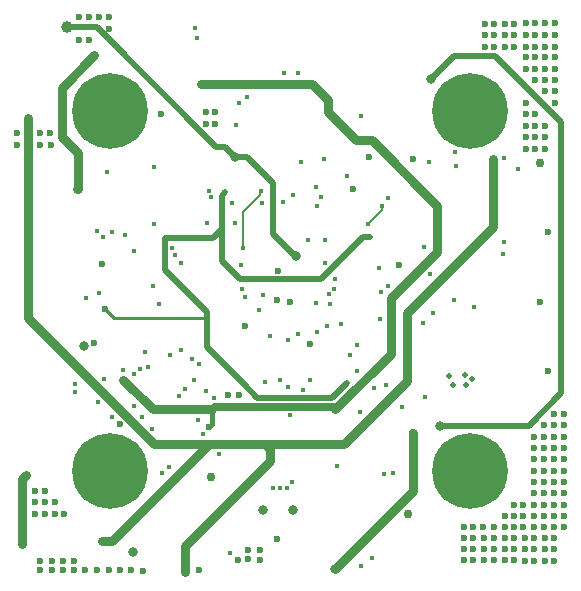
<source format=gbr>
%TF.GenerationSoftware,KiCad,Pcbnew,9.0.0*%
%TF.CreationDate,2025-03-25T10:56:33+03:00*%
%TF.ProjectId,Autopilot DronmarketV2,4175746f-7069-46c6-9f74-2044726f6e6d,rev?*%
%TF.SameCoordinates,Original*%
%TF.FileFunction,Copper,L3,Inr*%
%TF.FilePolarity,Positive*%
%FSLAX46Y46*%
G04 Gerber Fmt 4.6, Leading zero omitted, Abs format (unit mm)*
G04 Created by KiCad (PCBNEW 9.0.0) date 2025-03-25 10:56:33*
%MOMM*%
%LPD*%
G01*
G04 APERTURE LIST*
%TA.AperFunction,ComponentPad*%
%ADD10C,0.800000*%
%TD*%
%TA.AperFunction,ComponentPad*%
%ADD11C,6.400000*%
%TD*%
%TA.AperFunction,ViaPad*%
%ADD12C,0.600000*%
%TD*%
%TA.AperFunction,ViaPad*%
%ADD13C,0.450000*%
%TD*%
%TA.AperFunction,ViaPad*%
%ADD14C,0.762000*%
%TD*%
%TA.AperFunction,ViaPad*%
%ADD15C,0.500000*%
%TD*%
%TA.AperFunction,ViaPad*%
%ADD16C,0.800000*%
%TD*%
%TA.AperFunction,ViaPad*%
%ADD17C,0.700000*%
%TD*%
%TA.AperFunction,ViaPad*%
%ADD18C,1.000000*%
%TD*%
%TA.AperFunction,Conductor*%
%ADD19C,0.200000*%
%TD*%
%TA.AperFunction,Conductor*%
%ADD20C,0.762000*%
%TD*%
%TA.AperFunction,Conductor*%
%ADD21C,0.635000*%
%TD*%
%TA.AperFunction,Conductor*%
%ADD22C,0.381000*%
%TD*%
%TA.AperFunction,Conductor*%
%ADD23C,0.508000*%
%TD*%
%TA.AperFunction,Conductor*%
%ADD24C,0.254000*%
%TD*%
G04 APERTURE END LIST*
D10*
%TO.N,GND*%
%TO.C,H1*%
X157325000Y-59675000D03*
X158027944Y-57977944D03*
X158027944Y-61372056D03*
X159725000Y-57275000D03*
D11*
X159725000Y-59675000D03*
D10*
X159725000Y-62075000D03*
X161422056Y-57977944D03*
X161422056Y-61372056D03*
X162125000Y-59675000D03*
%TD*%
%TO.N,GND*%
%TO.C,H4*%
X187825000Y-90175000D03*
X188527944Y-88477944D03*
X188527944Y-91872056D03*
X190225000Y-87775000D03*
D11*
X190225000Y-90175000D03*
D10*
X190225000Y-92575000D03*
X191922056Y-88477944D03*
X191922056Y-91872056D03*
X192625000Y-90175000D03*
%TD*%
%TO.N,GND*%
%TO.C,H3*%
X157325000Y-90175000D03*
X158027944Y-88477944D03*
X158027944Y-91872056D03*
X159725000Y-87775000D03*
D11*
X159725000Y-90175000D03*
D10*
X159725000Y-92575000D03*
X161422056Y-88477944D03*
X161422056Y-91872056D03*
X162125000Y-90175000D03*
%TD*%
%TO.N,GND*%
%TO.C,H2*%
X187825000Y-59675000D03*
X188527944Y-57977944D03*
X188527944Y-61372056D03*
X190225000Y-57275000D03*
D11*
X190225000Y-59675000D03*
D10*
X190225000Y-62075000D03*
X191922056Y-57977944D03*
X191922056Y-61372056D03*
X192625000Y-59675000D03*
%TD*%
D12*
%TO.N,GND*%
X193125000Y-95850000D03*
X196575000Y-54250000D03*
X192200000Y-95850000D03*
X192200000Y-96800000D03*
X195650000Y-91100000D03*
X192250000Y-54275000D03*
X196800000Y-81725000D03*
X191400000Y-95850000D03*
X169703544Y-83745000D03*
D13*
X184450000Y-84775000D03*
D12*
X194900000Y-53250000D03*
X196575000Y-52300000D03*
X189675000Y-96775000D03*
X194900000Y-56125000D03*
X196525000Y-97775000D03*
X155725000Y-97775000D03*
X196575000Y-53250000D03*
D13*
X166100000Y-83275000D03*
D12*
X194900000Y-52300000D03*
X197375000Y-58050000D03*
X153400000Y-92825000D03*
X195650000Y-92050000D03*
D13*
X177200000Y-76000000D03*
D12*
X196450000Y-94000000D03*
X196450000Y-89175000D03*
X190475000Y-94900000D03*
X192250000Y-53275000D03*
X197325000Y-94950000D03*
X168625000Y-60775000D03*
X195650000Y-97775000D03*
X195700000Y-52300000D03*
X191400000Y-97750000D03*
X197325000Y-88225000D03*
D13*
X170425000Y-60925000D03*
D12*
X198125000Y-93050000D03*
X153825000Y-62550000D03*
X195650000Y-96825000D03*
D13*
X163395500Y-74525000D03*
D12*
X153400000Y-93825000D03*
X196150000Y-75875000D03*
X167825000Y-60775000D03*
X196450000Y-92050000D03*
X194850000Y-96825000D03*
X193125000Y-54275000D03*
X194900000Y-61900000D03*
X194900000Y-59000000D03*
X197325000Y-85325000D03*
X153775000Y-97775000D03*
X157925000Y-53725000D03*
D14*
X196125000Y-64125000D03*
D12*
X195650000Y-89175000D03*
X194725000Y-94925000D03*
X157125000Y-51775000D03*
X196450000Y-86275000D03*
X173975000Y-73250000D03*
X197325000Y-87275000D03*
X196450000Y-90175000D03*
D13*
X160800000Y-81625000D03*
D12*
X196575000Y-61900000D03*
X151875000Y-62550000D03*
X157625000Y-98600000D03*
X159600000Y-51775000D03*
X195700000Y-54250000D03*
X191450000Y-52325000D03*
X193125000Y-52325000D03*
X158625000Y-98600000D03*
X197325000Y-91100000D03*
X195650000Y-88225000D03*
X154725000Y-62550000D03*
X155725000Y-98575000D03*
X197325000Y-86275000D03*
X193925000Y-52325000D03*
X189675000Y-95825000D03*
X160550000Y-86250000D03*
X193125000Y-93975000D03*
X191400000Y-96800000D03*
X171175000Y-77953803D03*
X167260000Y-98590000D03*
X195650000Y-95875000D03*
X194850000Y-95875000D03*
X155054400Y-93827600D03*
X176623001Y-79433933D03*
X196575000Y-55175000D03*
D13*
X158625000Y-69900000D03*
X167625000Y-87075000D03*
D12*
X191450000Y-53275000D03*
X161500000Y-98600000D03*
X198125000Y-85325000D03*
D13*
X159150000Y-70400000D03*
D12*
X196450000Y-93050000D03*
X197325000Y-97775000D03*
D13*
X173510000Y-91640000D03*
X156750000Y-82850000D03*
D12*
X153800000Y-61550000D03*
D13*
X166810000Y-82500000D03*
D12*
X194725000Y-93975000D03*
X189675000Y-94900000D03*
X198125000Y-92050000D03*
D13*
X174120000Y-91650000D03*
D12*
X154775000Y-97775000D03*
X197375000Y-59000000D03*
X197375000Y-52300000D03*
X194725000Y-93025000D03*
X172400000Y-96900000D03*
X195700000Y-61900000D03*
X196575000Y-57125000D03*
X195650000Y-90175000D03*
X193925000Y-96800000D03*
X159600000Y-52725000D03*
X160575000Y-98600000D03*
X167825000Y-59775000D03*
X193925000Y-95850000D03*
X193125000Y-96800000D03*
X173850000Y-75750000D03*
X157925000Y-51775000D03*
X153400000Y-91875000D03*
X193125000Y-94925000D03*
X196575000Y-58050000D03*
X196450000Y-94950000D03*
X195700000Y-56125000D03*
X192200000Y-97750000D03*
X195700000Y-60950000D03*
D13*
X181550000Y-69300000D03*
D12*
X198125000Y-94000000D03*
X196800000Y-69950000D03*
X196450000Y-88225000D03*
X197375000Y-55175000D03*
X192250000Y-52325000D03*
X171425000Y-96875000D03*
X193925000Y-93975000D03*
D13*
X168300000Y-66950000D03*
D12*
X190475000Y-96775000D03*
X195700000Y-57125000D03*
X158800000Y-51775000D03*
X196575000Y-60950000D03*
X154675000Y-61550000D03*
X198125000Y-91100000D03*
X190475000Y-95825000D03*
X197325000Y-92050000D03*
X193925000Y-93025000D03*
X197325000Y-93050000D03*
X197375000Y-57125000D03*
X189675000Y-97725000D03*
X197325000Y-90175000D03*
X156650000Y-98575000D03*
X190475000Y-97725000D03*
X194850000Y-97775000D03*
X195650000Y-93050000D03*
X197325000Y-89175000D03*
X192200000Y-94925000D03*
X198125000Y-87275000D03*
D13*
X174700000Y-91640000D03*
D12*
X193125000Y-97750000D03*
X196525000Y-95875000D03*
X191450000Y-54275000D03*
X198125000Y-94950000D03*
X197325000Y-96825000D03*
X193925000Y-97750000D03*
X191275000Y-94900000D03*
D13*
X161025000Y-70225000D03*
D12*
X194900000Y-55175000D03*
X172400000Y-97700000D03*
D13*
X182750000Y-67725000D03*
D12*
X196450000Y-91100000D03*
X194900000Y-60950000D03*
X164025000Y-59925000D03*
X156650000Y-97775000D03*
X171425000Y-97675000D03*
X195700000Y-53250000D03*
X193925000Y-94925000D03*
X198125000Y-90175000D03*
X194900000Y-62900000D03*
X195700000Y-55175000D03*
X197375000Y-56125000D03*
X197375000Y-54250000D03*
D13*
X161775000Y-71600000D03*
D12*
X195650000Y-94000000D03*
X198125000Y-86275000D03*
X170600000Y-83750000D03*
X159080000Y-72625000D03*
X162475000Y-98625000D03*
X195650000Y-94950000D03*
D13*
X165000000Y-71275000D03*
D12*
X159625000Y-98600000D03*
X195700000Y-62900000D03*
X193925000Y-54275000D03*
X153775000Y-98575000D03*
X197375000Y-53250000D03*
X193925000Y-53275000D03*
D13*
X175925000Y-64000000D03*
D12*
X196525000Y-96825000D03*
X195700000Y-60000000D03*
X155050000Y-92825000D03*
X170520000Y-97690000D03*
X196575000Y-56125000D03*
X154200000Y-93825000D03*
X193125000Y-53275000D03*
X157125000Y-53725000D03*
X197325000Y-95875000D03*
X158399795Y-79363493D03*
X196575000Y-62900000D03*
X198125000Y-88225000D03*
X196450000Y-87275000D03*
X154200000Y-91875000D03*
D13*
X182950000Y-90425000D03*
D12*
X194900000Y-60000000D03*
X198125000Y-89175000D03*
X195650000Y-87275000D03*
X151875000Y-61550000D03*
X197325000Y-94000000D03*
X174925000Y-75875000D03*
X155854400Y-93827600D03*
X154200000Y-92825000D03*
D13*
X168125000Y-66475000D03*
D12*
X194900000Y-54250000D03*
D13*
X186325000Y-71182500D03*
D12*
X154775000Y-98575000D03*
X168625000Y-59775000D03*
D13*
%TO.N,VDD_3V3_SENS*%
X164800000Y-80375000D03*
D12*
X169550000Y-57450000D03*
X158375000Y-55000000D03*
D14*
X168300000Y-90672500D03*
D12*
X152600000Y-90525000D03*
X160825000Y-82450000D03*
X176800000Y-57450000D03*
X178137500Y-58787500D03*
X168075000Y-86450000D03*
X180450000Y-83375000D03*
X152300000Y-96375000D03*
X167400000Y-57450000D03*
X182886058Y-80937528D03*
X173825000Y-95975000D03*
X168357000Y-84969177D03*
X156905000Y-66350000D03*
D13*
%TO.N,NRST*%
X194275000Y-64650000D03*
X158825000Y-75150000D03*
D15*
%TO.N,VDD_3V3_MCU*%
X189750000Y-82100000D03*
D13*
X167925000Y-76750603D03*
D15*
X181726620Y-70398380D03*
X188725000Y-82925000D03*
D12*
X159290499Y-76502211D03*
D13*
X179752038Y-82752038D03*
D15*
X189850000Y-82925000D03*
D13*
X183100000Y-82900000D03*
D15*
X164350000Y-70425000D03*
D13*
X171047797Y-82846696D03*
D15*
X190325000Y-82375000D03*
X188450000Y-82150000D03*
X169495000Y-66530000D03*
D13*
%TO.N,/OSD and FRAM/CLKIN*%
X183275000Y-67100000D03*
%TO.N,/OSD and FRAM/XFB*%
X186700000Y-64040000D03*
%TO.N,/OSD and FRAM/SAG*%
X180950000Y-60100000D03*
D12*
%TO.N,Net-(U5-VIN)*%
X181672749Y-63567251D03*
%TO.N,VDD_5V_IN*%
X152750000Y-60300000D03*
D13*
X152750000Y-70840000D03*
D12*
X185402135Y-63752135D03*
X159050000Y-96115000D03*
D13*
X186780000Y-73480000D03*
D12*
X173370998Y-87904002D03*
D14*
X166075000Y-98775000D03*
D12*
X192125000Y-63750000D03*
X192125000Y-69550000D03*
X186540000Y-75140000D03*
X184875000Y-80925000D03*
%TO.N,Net-(U5-VOUT)*%
X184187840Y-72788891D03*
D16*
%TO.N,VCC*%
X172650000Y-93475000D03*
X157525000Y-79575000D03*
X161625000Y-97075000D03*
X175225000Y-93468000D03*
D14*
X184925000Y-93825000D03*
D16*
%TO.N,VDD_9V_OUT*%
X186875000Y-57025000D03*
X178750000Y-98500000D03*
D17*
X185350000Y-87000000D03*
D16*
X187650000Y-86375000D03*
D18*
%TO.N,VDD_3V3_SD*%
X156100000Y-52625000D03*
D16*
X175500000Y-71975000D03*
X170300000Y-63625000D03*
D13*
%TO.N,USART1_RX*%
X183245325Y-74558753D03*
X187024293Y-76799292D03*
%TO.N,USART1_TX*%
X182625000Y-75075000D03*
X186175000Y-77650000D03*
%TO.N,CAN1_TX*%
X170675000Y-59000000D03*
X167075000Y-53525000D03*
%TO.N,CAN1_RX*%
X171327821Y-58537585D03*
X166925000Y-52650000D03*
%TO.N,USART3_RX*%
X181862500Y-97512500D03*
X182059538Y-83119538D03*
%TO.N,USART3_TX*%
X180950000Y-98200000D03*
X177250000Y-78405403D03*
%TO.N,SPI2_MOSI*%
X163450000Y-64475000D03*
X172373401Y-76575000D03*
X163275000Y-86625000D03*
X162640000Y-80125000D03*
%TO.N,SPI2_ext_CS*%
X180650000Y-79550000D03*
X186400000Y-83900000D03*
%TO.N,SPI2_SCK*%
X169850000Y-97160000D03*
X159925000Y-69925000D03*
X182550000Y-77350000D03*
X167840000Y-83400000D03*
%TO.N,SPI2_MISO*%
X172650000Y-75275000D03*
X164675000Y-89890000D03*
X161777038Y-84647962D03*
X166650000Y-80675000D03*
X167180000Y-85840000D03*
X170260000Y-69150000D03*
X165575000Y-83825000D03*
%TO.N,I2C1_SCL*%
X175675000Y-56475000D03*
X175250000Y-66800000D03*
%TO.N,I2C1_SDA*%
X174400000Y-67420000D03*
X159475000Y-64850000D03*
X174425000Y-56525000D03*
%TO.N,TIM2_CH4*%
X167250000Y-81125000D03*
X156725000Y-83500000D03*
%TO.N,SWCLK*%
X193075000Y-70775000D03*
X179800000Y-65200000D03*
%TO.N,SWDIO*%
X188850000Y-75700000D03*
X192975000Y-71825000D03*
X182475000Y-72975000D03*
%TO.N,SDIO_D3*%
X177225000Y-67725000D03*
%TO.N,SDIO_SCK*%
X176511258Y-70611258D03*
%TO.N,SDIO_D1*%
X178287927Y-75236828D03*
X177800000Y-63750000D03*
%TO.N,SDIO_D2*%
X170060000Y-67500000D03*
X177887500Y-70662500D03*
X172600000Y-67525000D03*
%TO.N,SDIO_D0*%
X178320000Y-76030000D03*
X167960000Y-69200000D03*
%TO.N,ADC1_IN4*%
X172859500Y-82648874D03*
X164100000Y-90375000D03*
X168984000Y-88785002D03*
X158679076Y-84350000D03*
%TO.N,ADC1_IN11*%
X171167523Y-75494603D03*
X157675000Y-75575000D03*
%TO.N,USB_D_P*%
X190500000Y-76300000D03*
D12*
X180275000Y-66300000D03*
D13*
%TO.N,USB_D_N*%
X178750000Y-73925000D03*
%TO.N,BMI088_INT3_GYRO*%
X161720000Y-81950000D03*
X163900000Y-76025000D03*
X170780000Y-72750000D03*
%TO.N,BMI088_INT1_ACCEL*%
X162230000Y-81580000D03*
X165188000Y-71913000D03*
%TO.N,BMI088_GYRO_CS*%
X178050000Y-77953803D03*
X168500000Y-83975000D03*
%TO.N,BMI088_ACCEL_CS*%
X179300000Y-77750000D03*
X162400000Y-85600000D03*
X162950000Y-81420000D03*
%TO.N,BMI088_INT2_ACCEL*%
X165720000Y-79940000D03*
X165726711Y-72539999D03*
%TO.N,BMI088_INT4_GYRO*%
X159900000Y-85650000D03*
X159225000Y-82375000D03*
X170875000Y-74750000D03*
%TO.N,ICM42688_INT1_DRDY*%
X183700000Y-90365000D03*
X177575000Y-66975000D03*
%TO.N,ICM42688_INT2_FIFO*%
X177200000Y-66150000D03*
X180875000Y-85175000D03*
%TO.N,ICM42688_CS*%
X176055000Y-83351735D03*
X174752805Y-79127057D03*
%TO.N,SPI1_MOSI*%
X188952984Y-63140999D03*
X175600000Y-78600000D03*
X178950000Y-89760000D03*
X174745000Y-83105000D03*
X176656554Y-82524000D03*
%TO.N,SPI1_MISO*%
X175097400Y-91097400D03*
X180600000Y-81750000D03*
X174930000Y-85480000D03*
X174127000Y-82525000D03*
X193100000Y-63725000D03*
%TO.N,SPI1_SCK*%
X173250000Y-78800000D03*
X180075000Y-80325000D03*
X189034026Y-64349999D03*
%TO.N,SDIO_CMD*%
X172460000Y-66440000D03*
X171000000Y-71325000D03*
%TO.N,OSD_CS*%
X177930000Y-72560000D03*
%TO.N,FRAM_CS*%
X178720679Y-74751824D03*
X163450000Y-69300000D03*
%TD*%
D19*
%TO.N,GND*%
X182750000Y-68100000D02*
X182750000Y-67725000D01*
X181550000Y-69300000D02*
X182750000Y-68100000D01*
D20*
%TO.N,VDD_3V3_SENS*%
X183500000Y-80250000D02*
X183500000Y-75550000D01*
X156975000Y-63250000D02*
X155650000Y-61925000D01*
X168357000Y-84969177D02*
X168358177Y-84968000D01*
X163343000Y-84968000D02*
X160825000Y-82450000D01*
X155650000Y-57725000D02*
X158375000Y-55000000D01*
D21*
X168576177Y-84750000D02*
X178564000Y-84750000D01*
D22*
X168075000Y-86450000D02*
X168357000Y-86168000D01*
D20*
X176800000Y-57450000D02*
X169550000Y-57450000D01*
X183500000Y-75550000D02*
X187440000Y-71610000D01*
X156975000Y-66280000D02*
X156975000Y-63250000D01*
X181880000Y-62180000D02*
X180520000Y-62180000D01*
X152300000Y-90825000D02*
X152600000Y-90525000D01*
X178137500Y-59797500D02*
X178137500Y-58787500D01*
X168355823Y-84968000D02*
X163343000Y-84968000D01*
X187440000Y-71610000D02*
X187440000Y-67740000D01*
X168357000Y-84969177D02*
X168355823Y-84968000D01*
X156905000Y-66350000D02*
X156975000Y-66280000D01*
X169550000Y-57450000D02*
X167400000Y-57450000D01*
X152300000Y-96375000D02*
X152300000Y-90825000D01*
D21*
X178564000Y-84750000D02*
X178782000Y-84968000D01*
D20*
X187440000Y-67740000D02*
X181880000Y-62180000D01*
D22*
X168357000Y-86168000D02*
X168357000Y-84969177D01*
D21*
X168358177Y-84968000D02*
X168576177Y-84750000D01*
D20*
X178782000Y-84968000D02*
X183500000Y-80250000D01*
X155650000Y-61925000D02*
X155650000Y-57725000D01*
X180520000Y-62180000D02*
X178137500Y-59797500D01*
X178137500Y-58787500D02*
X176800000Y-57450000D01*
D23*
%TO.N,VDD_3V3_MCU*%
X167925000Y-79723899D02*
X167925000Y-77200000D01*
D24*
X159290499Y-76502211D02*
X160063288Y-77275000D01*
D23*
X177580000Y-73970000D02*
X181151620Y-70398380D01*
X164350000Y-70425000D02*
X168455000Y-70425000D01*
X178525341Y-83978735D02*
X172179836Y-83978735D01*
X181151620Y-70398380D02*
X181726620Y-70398380D01*
X169160000Y-72400000D02*
X170730000Y-73970000D01*
X172179836Y-83978735D02*
X171047797Y-82846696D01*
X171047797Y-82846696D02*
X167925000Y-79723899D01*
X167925000Y-77200000D02*
X167925000Y-76750603D01*
X169160000Y-69720000D02*
X169160000Y-66865000D01*
X170730000Y-73970000D02*
X177580000Y-73970000D01*
X169160000Y-66865000D02*
X169160000Y-72400000D01*
X164350000Y-73175603D02*
X167925000Y-76750603D01*
X164350000Y-70425000D02*
X164350000Y-73175603D01*
X169495000Y-66530000D02*
X169160000Y-66865000D01*
X179752038Y-82752038D02*
X178525341Y-83978735D01*
D24*
X167850000Y-77275000D02*
X167925000Y-77200000D01*
D23*
X168455000Y-70425000D02*
X169160000Y-69720000D01*
D24*
X160063288Y-77275000D02*
X167850000Y-77275000D01*
D20*
%TO.N,VDD_5V_IN*%
X185793000Y-75882000D02*
X184825000Y-76850000D01*
X184825000Y-80975000D02*
X184875000Y-80925000D01*
X185798000Y-75882000D02*
X186540000Y-75140000D01*
X186540000Y-75135000D02*
X192125000Y-69550000D01*
X163425000Y-87900000D02*
X168116996Y-87900000D01*
X173275000Y-89375000D02*
X173275000Y-88325000D01*
X192125000Y-63750000D02*
X192125000Y-69550000D01*
X166075000Y-98775000D02*
X166075000Y-96575000D01*
X173179002Y-87904002D02*
X172825000Y-87904002D01*
X159910000Y-96115000D02*
X159050000Y-96115000D01*
X172825000Y-87904002D02*
X168120998Y-87904002D01*
X173370998Y-87904002D02*
X173179002Y-87904002D01*
X179495998Y-87904002D02*
X184825000Y-82575000D01*
X185793000Y-75882000D02*
X185798000Y-75882000D01*
X186540000Y-75140000D02*
X186540000Y-75135000D01*
X166075000Y-96575000D02*
X173275000Y-89375000D01*
X152750000Y-77225000D02*
X163425000Y-87900000D01*
X173370998Y-87904002D02*
X179495998Y-87904002D01*
X168120998Y-87904002D02*
X159910000Y-96115000D01*
X152750000Y-60300000D02*
X152750000Y-70840000D01*
X173275000Y-88000000D02*
X173275000Y-88325000D01*
X173370998Y-87904002D02*
X173275000Y-88000000D01*
X152750000Y-70840000D02*
X152750000Y-77225000D01*
X168116996Y-87900000D02*
X168120998Y-87904002D01*
X173245998Y-88325000D02*
X172825000Y-87904002D01*
X184825000Y-76850000D02*
X184825000Y-80875000D01*
X173179002Y-87904002D02*
X168120998Y-87904002D01*
X184825000Y-82575000D02*
X184825000Y-80975000D01*
X184825000Y-80875000D02*
X184875000Y-80925000D01*
X173275000Y-88325000D02*
X173245998Y-88325000D01*
D23*
%TO.N,VDD_9V_OUT*%
X192350000Y-55075000D02*
X188825000Y-55075000D01*
X197900000Y-60625000D02*
X192350000Y-55075000D01*
D20*
X185350000Y-91900000D02*
X178750000Y-98500000D01*
D23*
X197900000Y-83625000D02*
X197900000Y-60625000D01*
X188825000Y-55075000D02*
X186875000Y-57025000D01*
X195150000Y-86375000D02*
X197900000Y-83625000D01*
X187650000Y-86375000D02*
X195150000Y-86375000D01*
D20*
X185350000Y-87000000D02*
X185350000Y-91900000D01*
D23*
%TO.N,VDD_3V3_SD*%
X168723690Y-62775000D02*
X169450000Y-62775000D01*
X173545000Y-65825000D02*
X171345000Y-63625000D01*
X171345000Y-63625000D02*
X170300000Y-63625000D01*
X158573690Y-52625000D02*
X168723690Y-62775000D01*
X156100000Y-52625000D02*
X158573690Y-52625000D01*
X173545000Y-70155000D02*
X173545000Y-65825000D01*
X175365000Y-71975000D02*
X173545000Y-70155000D01*
X169450000Y-62775000D02*
X170300000Y-63625000D01*
X175500000Y-71975000D02*
X175365000Y-71975000D01*
D19*
%TO.N,SDIO_CMD*%
X172450000Y-66450000D02*
X172450000Y-66823586D01*
X172450000Y-66823586D02*
X171000000Y-68273586D01*
X171000000Y-68273586D02*
X171000000Y-71325000D01*
%TD*%
M02*

</source>
